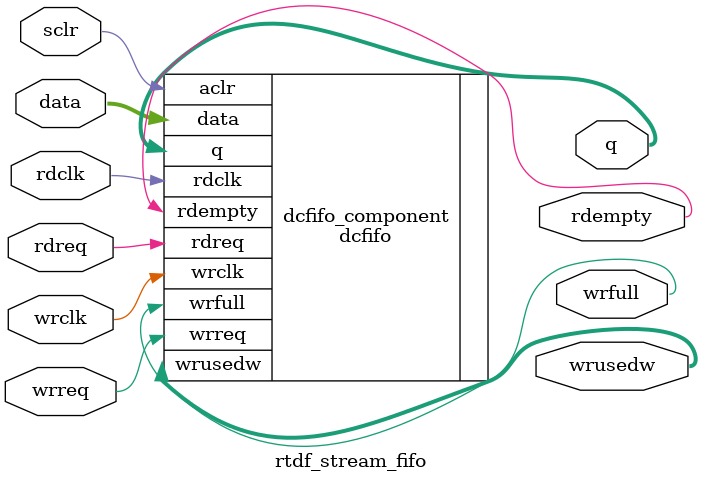
<source format=v>

`timescale 1 ps / 1 ps
// synopsys translate_on
module rtdf_stream_fifo (
    input              sclr,
    input [15:0]       data,
    input              rdclk,
    input              rdreq,
    input              wrclk,
    input              wrreq,
    output wire [15:0] q,
    output wire        rdempty,
    output wire        wrfull,
    output wire [8:0]  wrusedw);

   parameter DEPTH = 16;

   dcfifo dcfifo_component(.wrclk (wrclk),
			   .rdreq (rdreq),
			   .aclr (sclr),
			   .rdclk (rdclk),
			   .wrreq (wrreq),
			   .data (data),
			   .rdempty (rdempty),
			   .wrusedw (wrusedw),
			   .wrfull (wrfull),
			   .q (q)
			   // synopsys translate_off
			   ,
			   .rdfull (),
			   .rdusedw (),
			   .wrempty ()
			   // synopsys translate_on
			   );
   defparam dcfifo_component.add_usedw_msb_bit = "ON",
	    dcfifo_component.intended_device_family = "Cyclone II",
	    dcfifo_component.lpm_numwords = DEPTH,
	    dcfifo_component.lpm_showahead = "ON",
	    dcfifo_component.lpm_type = "dcfifo",
	    dcfifo_component.lpm_width = 16,
	    dcfifo_component.lpm_widthu = 9,
	    dcfifo_component.overflow_checking = "ON",
	    dcfifo_component.rdsync_delaypipe = 4,
	    dcfifo_component.underflow_checking = "ON",
	    dcfifo_component.use_eab = "ON",
	    dcfifo_component.write_aclr_synch = "ON",
	    dcfifo_component.wrsync_delaypipe = 4;
endmodule

</source>
